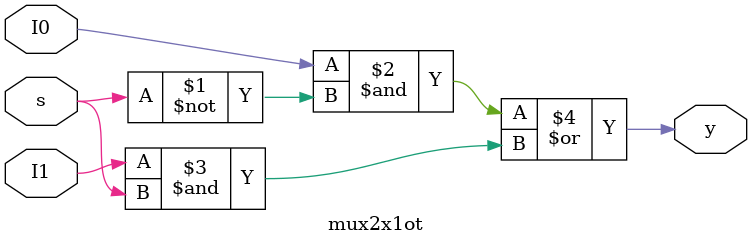
<source format=v>
module mux2x1ot(y,I0,I1,s);
	output y;
	input I0,I1,s;
	assign y=(I0&~s)|(I1&s);
endmodule

</source>
